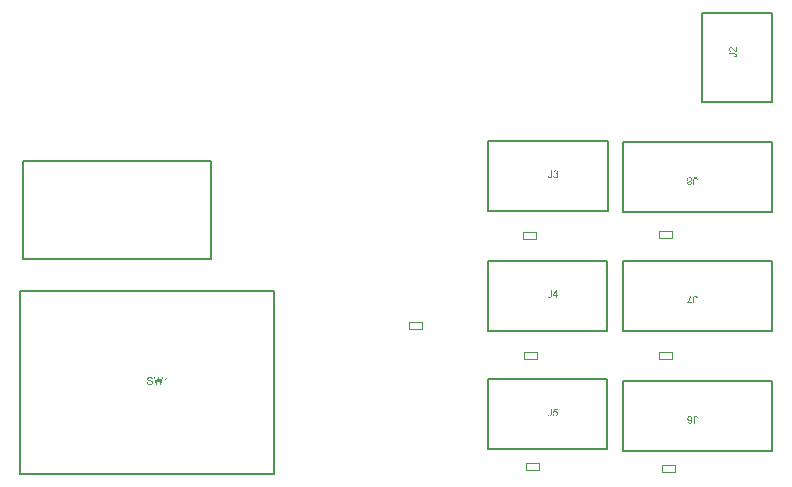
<source format=gbr>
G04*
G04 #@! TF.GenerationSoftware,Altium Limited,Altium Designer,23.10.1 (27)*
G04*
G04 Layer_Color=16711935*
%FSLAX42Y42*%
%MOMM*%
G71*
G04*
G04 #@! TF.SameCoordinates,D45A84C9-24EE-431E-81B0-E16C7BED9CBD*
G04*
G04*
G04 #@! TF.FilePolarity,Positive*
G04*
G01*
G75*
%ADD10C,0.20*%
%ADD98C,0.10*%
G36*
X5754Y-961D02*
X5754D01*
X5753D01*
X5753D01*
X5752Y-960D01*
X5751Y-960D01*
X5750Y-960D01*
X5749Y-960D01*
X5748Y-960D01*
X5748D01*
X5748Y-960D01*
X5747Y-959D01*
X5747Y-959D01*
X5746Y-958D01*
X5744Y-958D01*
X5743Y-957D01*
X5741Y-956D01*
X5740Y-954D01*
X5740D01*
X5740Y-954D01*
X5739Y-954D01*
X5738Y-953D01*
X5737Y-952D01*
X5736Y-950D01*
X5734Y-949D01*
X5732Y-947D01*
X5730Y-944D01*
X5730Y-944D01*
X5730Y-944D01*
X5729Y-943D01*
X5729Y-943D01*
X5728Y-942D01*
X5727Y-941D01*
X5726Y-940D01*
X5725Y-938D01*
X5723Y-936D01*
X5721Y-934D01*
X5720Y-933D01*
X5719Y-932D01*
X5718Y-931D01*
X5717Y-930D01*
X5716D01*
X5716Y-930D01*
X5716Y-930D01*
X5716Y-929D01*
X5715Y-929D01*
X5713Y-928D01*
X5712Y-927D01*
X5710Y-927D01*
X5709Y-926D01*
X5707Y-926D01*
X5707D01*
X5707D01*
X5706Y-926D01*
X5705Y-926D01*
X5704Y-927D01*
X5703Y-927D01*
X5702Y-928D01*
X5700Y-929D01*
X5699Y-930D01*
X5699Y-930D01*
X5699Y-930D01*
X5698Y-931D01*
X5697Y-932D01*
X5697Y-933D01*
X5696Y-935D01*
X5696Y-937D01*
X5696Y-938D01*
Y-939D01*
X5696Y-939D01*
X5696Y-940D01*
X5696Y-942D01*
X5697Y-943D01*
X5697Y-945D01*
X5698Y-946D01*
X5699Y-948D01*
X5700Y-948D01*
X5700Y-948D01*
X5701Y-949D01*
X5702Y-949D01*
X5703Y-950D01*
X5705Y-950D01*
X5707Y-951D01*
X5709Y-951D01*
X5708Y-959D01*
X5708D01*
X5708Y-959D01*
X5707D01*
X5706Y-959D01*
X5706Y-959D01*
X5705Y-959D01*
X5704Y-958D01*
X5703Y-958D01*
X5701Y-957D01*
X5698Y-956D01*
X5697Y-955D01*
X5696Y-955D01*
X5695Y-954D01*
X5694Y-953D01*
X5694Y-953D01*
X5694Y-953D01*
X5694Y-952D01*
X5694Y-952D01*
X5693Y-951D01*
X5693Y-951D01*
X5692Y-950D01*
X5692Y-949D01*
X5691Y-948D01*
X5691Y-947D01*
X5691Y-946D01*
X5690Y-944D01*
X5690Y-943D01*
X5690Y-942D01*
X5690Y-940D01*
X5689Y-938D01*
Y-937D01*
X5690Y-937D01*
X5690Y-936D01*
X5690Y-935D01*
X5690Y-934D01*
X5690Y-933D01*
X5691Y-931D01*
X5692Y-928D01*
X5692Y-927D01*
X5693Y-926D01*
X5694Y-925D01*
X5695Y-924D01*
X5695Y-924D01*
X5695Y-923D01*
X5695Y-923D01*
X5696Y-923D01*
X5696Y-922D01*
X5697Y-922D01*
X5697Y-921D01*
X5698Y-921D01*
X5700Y-920D01*
X5702Y-919D01*
X5703Y-919D01*
X5705Y-918D01*
X5706Y-918D01*
X5707Y-918D01*
X5707D01*
X5708D01*
X5709Y-918D01*
X5710Y-918D01*
X5711Y-919D01*
X5712Y-919D01*
X5713Y-919D01*
X5715Y-920D01*
X5715Y-920D01*
X5715Y-920D01*
X5716Y-921D01*
X5717Y-921D01*
X5718Y-922D01*
X5720Y-923D01*
X5721Y-924D01*
X5723Y-925D01*
X5723Y-925D01*
X5723Y-926D01*
X5724Y-926D01*
X5724Y-927D01*
X5725Y-927D01*
X5726Y-928D01*
X5726Y-929D01*
X5727Y-930D01*
X5728Y-931D01*
X5729Y-932D01*
X5730Y-933D01*
X5731Y-934D01*
X5733Y-936D01*
X5734Y-937D01*
X5734Y-937D01*
X5734Y-937D01*
X5734Y-938D01*
X5735Y-938D01*
X5735Y-939D01*
X5736Y-939D01*
X5737Y-941D01*
X5738Y-943D01*
X5740Y-944D01*
X5741Y-945D01*
X5741Y-946D01*
X5742Y-946D01*
X5742Y-946D01*
X5742Y-947D01*
X5743Y-947D01*
X5743Y-948D01*
X5744Y-948D01*
X5745Y-949D01*
X5746Y-950D01*
Y-918D01*
X5754D01*
Y-961D01*
D02*
G37*
G36*
X5735Y-970D02*
X5736D01*
X5738Y-970D01*
X5740Y-971D01*
X5742Y-971D01*
X5744Y-971D01*
X5746Y-972D01*
X5746D01*
X5746Y-972D01*
X5747Y-972D01*
X5747Y-973D01*
X5748Y-974D01*
X5749Y-975D01*
X5750Y-976D01*
X5752Y-977D01*
X5752Y-978D01*
X5753Y-978D01*
X5753Y-979D01*
X5753Y-980D01*
X5754Y-981D01*
X5754Y-983D01*
X5754Y-984D01*
X5755Y-986D01*
X5755Y-988D01*
Y-989D01*
X5755Y-989D01*
X5755Y-990D01*
X5755Y-991D01*
X5754Y-993D01*
X5754Y-995D01*
X5753Y-997D01*
X5752Y-998D01*
X5752Y-999D01*
X5751Y-1000D01*
X5750Y-1001D01*
X5750Y-1001D01*
X5750Y-1001D01*
X5749Y-1001D01*
X5749Y-1002D01*
X5749Y-1002D01*
X5748Y-1002D01*
X5747Y-1003D01*
X5746Y-1003D01*
X5745Y-1004D01*
X5744Y-1004D01*
X5743Y-1004D01*
X5742Y-1005D01*
X5741Y-1005D01*
X5739Y-1005D01*
X5737Y-1005D01*
X5736D01*
X5735Y-998D01*
X5735D01*
X5735D01*
X5735D01*
X5736Y-998D01*
X5736Y-997D01*
X5737D01*
X5739Y-997D01*
X5740Y-997D01*
X5742Y-996D01*
X5743Y-996D01*
X5744Y-995D01*
X5745Y-995D01*
X5745Y-995D01*
X5745Y-994D01*
X5745Y-994D01*
X5746Y-993D01*
X5746Y-992D01*
X5747Y-991D01*
X5747Y-990D01*
X5747Y-988D01*
Y-988D01*
X5747Y-987D01*
X5747Y-986D01*
X5747Y-985D01*
X5747Y-984D01*
X5746Y-984D01*
X5746Y-983D01*
X5746Y-983D01*
X5746Y-982D01*
X5745Y-982D01*
X5745Y-981D01*
X5744Y-981D01*
X5744Y-980D01*
X5743Y-980D01*
X5742Y-980D01*
X5742D01*
X5741Y-979D01*
X5741Y-979D01*
X5740Y-979D01*
X5739Y-979D01*
X5737Y-979D01*
X5736Y-979D01*
X5734D01*
X5690D01*
Y-970D01*
X5733D01*
X5733D01*
X5734D01*
X5734D01*
X5735D01*
X5735Y-970D01*
D02*
G37*
G36*
X4188Y-4023D02*
Y-4023D01*
Y-4024D01*
Y-4024D01*
Y-4025D01*
X4188Y-4025D01*
Y-4026D01*
X4188Y-4028D01*
X4188Y-4030D01*
X4187Y-4032D01*
X4187Y-4034D01*
X4186Y-4036D01*
Y-4036D01*
X4186Y-4036D01*
X4186Y-4036D01*
X4185Y-4037D01*
X4185Y-4038D01*
X4184Y-4039D01*
X4183Y-4040D01*
X4181Y-4041D01*
X4180Y-4042D01*
X4180Y-4043D01*
X4179Y-4043D01*
X4178Y-4043D01*
X4177Y-4044D01*
X4176Y-4044D01*
X4174Y-4044D01*
X4172Y-4045D01*
X4170Y-4045D01*
X4169D01*
X4169Y-4045D01*
X4168Y-4045D01*
X4167Y-4044D01*
X4165Y-4044D01*
X4163Y-4044D01*
X4161Y-4043D01*
X4160Y-4042D01*
X4159Y-4041D01*
X4158Y-4041D01*
X4157Y-4040D01*
X4157Y-4040D01*
X4157Y-4040D01*
X4157Y-4039D01*
X4157Y-4039D01*
X4156Y-4039D01*
X4156Y-4038D01*
X4155Y-4037D01*
X4155Y-4036D01*
X4155Y-4035D01*
X4154Y-4034D01*
X4154Y-4033D01*
X4153Y-4032D01*
X4153Y-4030D01*
X4153Y-4029D01*
X4153Y-4027D01*
Y-4026D01*
X4161Y-4024D01*
Y-4025D01*
Y-4025D01*
Y-4025D01*
X4161Y-4026D01*
X4161Y-4026D01*
Y-4027D01*
X4161Y-4028D01*
X4161Y-4030D01*
X4162Y-4032D01*
X4162Y-4033D01*
X4163Y-4034D01*
X4163Y-4034D01*
X4163Y-4035D01*
X4164Y-4035D01*
X4164Y-4035D01*
X4165Y-4036D01*
X4166Y-4036D01*
X4167Y-4037D01*
X4169Y-4037D01*
X4170Y-4037D01*
X4171D01*
X4171Y-4037D01*
X4172Y-4037D01*
X4173Y-4037D01*
X4174Y-4037D01*
X4175Y-4036D01*
X4176Y-4036D01*
X4176Y-4036D01*
X4176Y-4035D01*
X4176Y-4035D01*
X4177Y-4035D01*
X4177Y-4034D01*
X4178Y-4033D01*
X4178Y-4033D01*
X4179Y-4032D01*
Y-4032D01*
X4179Y-4031D01*
X4179Y-4031D01*
X4179Y-4030D01*
X4179Y-4029D01*
X4179Y-4027D01*
X4180Y-4026D01*
Y-4024D01*
Y-3980D01*
X4188D01*
Y-4023D01*
D02*
G37*
G36*
X4238Y-3988D02*
X4213D01*
X4209Y-4005D01*
X4209Y-4005D01*
X4209Y-4005D01*
X4210Y-4005D01*
X4210Y-4005D01*
X4211Y-4004D01*
X4211Y-4004D01*
X4213Y-4003D01*
X4215Y-4002D01*
X4217Y-4002D01*
X4219Y-4001D01*
X4220Y-4001D01*
X4222D01*
X4223Y-4001D01*
X4223Y-4001D01*
X4224Y-4001D01*
X4225Y-4002D01*
X4226Y-4002D01*
X4228Y-4003D01*
X4230Y-4003D01*
X4231Y-4004D01*
X4232Y-4004D01*
X4233Y-4005D01*
X4234Y-4006D01*
X4235Y-4007D01*
X4235Y-4007D01*
X4236Y-4007D01*
X4236Y-4008D01*
X4236Y-4008D01*
X4237Y-4009D01*
X4237Y-4009D01*
X4238Y-4010D01*
X4238Y-4011D01*
X4239Y-4012D01*
X4239Y-4013D01*
X4240Y-4014D01*
X4240Y-4016D01*
X4241Y-4017D01*
X4241Y-4019D01*
X4241Y-4020D01*
X4241Y-4022D01*
Y-4022D01*
Y-4022D01*
Y-4023D01*
X4241Y-4023D01*
X4241Y-4024D01*
X4241Y-4025D01*
X4241Y-4026D01*
X4241Y-4027D01*
X4240Y-4029D01*
X4239Y-4032D01*
X4239Y-4033D01*
X4238Y-4034D01*
X4237Y-4036D01*
X4236Y-4037D01*
X4236Y-4037D01*
X4236Y-4037D01*
X4235Y-4038D01*
X4235Y-4038D01*
X4234Y-4039D01*
X4234Y-4039D01*
X4233Y-4040D01*
X4232Y-4041D01*
X4231Y-4042D01*
X4229Y-4042D01*
X4228Y-4043D01*
X4226Y-4044D01*
X4225Y-4044D01*
X4223Y-4044D01*
X4221Y-4045D01*
X4219Y-4045D01*
X4218D01*
X4218Y-4045D01*
X4217Y-4045D01*
X4216Y-4044D01*
X4215Y-4044D01*
X4214Y-4044D01*
X4212Y-4044D01*
X4210Y-4043D01*
X4208Y-4042D01*
X4207Y-4041D01*
X4206Y-4041D01*
X4205Y-4040D01*
X4205Y-4040D01*
X4205Y-4040D01*
X4204Y-4039D01*
X4204Y-4039D01*
X4204Y-4039D01*
X4203Y-4038D01*
X4203Y-4037D01*
X4202Y-4036D01*
X4202Y-4036D01*
X4201Y-4035D01*
X4200Y-4032D01*
X4199Y-4030D01*
X4199Y-4028D01*
X4199Y-4027D01*
X4207Y-4026D01*
Y-4026D01*
Y-4027D01*
X4207Y-4027D01*
X4207Y-4027D01*
X4207Y-4028D01*
X4208Y-4030D01*
X4208Y-4031D01*
X4209Y-4033D01*
X4210Y-4034D01*
X4211Y-4035D01*
X4211Y-4035D01*
X4212Y-4036D01*
X4212Y-4036D01*
X4213Y-4037D01*
X4215Y-4037D01*
X4216Y-4038D01*
X4218Y-4038D01*
X4219Y-4038D01*
X4220D01*
X4220Y-4038D01*
X4221Y-4038D01*
X4223Y-4038D01*
X4224Y-4037D01*
X4226Y-4036D01*
X4227Y-4035D01*
X4228Y-4035D01*
X4229Y-4034D01*
X4229Y-4034D01*
X4229Y-4034D01*
X4229Y-4034D01*
X4230Y-4033D01*
X4230Y-4032D01*
X4231Y-4031D01*
X4232Y-4029D01*
X4232Y-4027D01*
X4233Y-4025D01*
X4233Y-4024D01*
Y-4023D01*
Y-4023D01*
Y-4022D01*
Y-4022D01*
X4233Y-4022D01*
Y-4021D01*
X4233Y-4020D01*
X4232Y-4019D01*
X4232Y-4017D01*
X4231Y-4015D01*
X4230Y-4014D01*
X4229Y-4012D01*
Y-4012D01*
X4229Y-4012D01*
X4228Y-4011D01*
X4228Y-4011D01*
X4226Y-4010D01*
X4225Y-4009D01*
X4223Y-4009D01*
X4221Y-4008D01*
X4220Y-4008D01*
X4219D01*
X4218Y-4008D01*
X4217Y-4008D01*
X4216Y-4009D01*
X4215Y-4009D01*
X4213Y-4009D01*
X4212Y-4010D01*
X4212Y-4010D01*
X4212Y-4010D01*
X4211Y-4011D01*
X4210Y-4011D01*
X4210Y-4012D01*
X4209Y-4013D01*
X4208Y-4013D01*
X4208Y-4014D01*
X4200Y-4013D01*
X4206Y-3980D01*
X4238D01*
Y-3988D01*
D02*
G37*
G36*
X5407Y-2019D02*
X5408Y-2019D01*
X5409Y-2020D01*
X5411Y-2020D01*
X5413Y-2021D01*
X5415Y-2021D01*
X5416Y-2022D01*
X5417Y-2023D01*
X5418Y-2023D01*
X5419Y-2024D01*
X5419Y-2024D01*
X5419Y-2024D01*
X5419Y-2025D01*
X5419Y-2025D01*
X5420Y-2025D01*
X5420Y-2026D01*
X5420Y-2027D01*
X5421Y-2028D01*
X5421Y-2029D01*
X5422Y-2030D01*
X5422Y-2031D01*
X5422Y-2032D01*
X5423Y-2034D01*
X5423Y-2035D01*
X5423Y-2037D01*
Y-2038D01*
X5415Y-2040D01*
Y-2039D01*
Y-2039D01*
Y-2039D01*
X5415Y-2038D01*
X5415Y-2038D01*
Y-2037D01*
X5415Y-2036D01*
X5414Y-2034D01*
X5414Y-2032D01*
X5413Y-2031D01*
X5413Y-2030D01*
X5413Y-2030D01*
X5412Y-2029D01*
X5412Y-2029D01*
X5412Y-2029D01*
X5411Y-2028D01*
X5410Y-2028D01*
X5409Y-2027D01*
X5407Y-2027D01*
X5406Y-2027D01*
X5405D01*
X5405Y-2027D01*
X5404Y-2027D01*
X5403Y-2027D01*
X5402Y-2027D01*
X5401Y-2028D01*
X5400Y-2028D01*
X5400Y-2028D01*
X5400Y-2029D01*
X5400Y-2029D01*
X5399Y-2029D01*
X5398Y-2030D01*
X5398Y-2031D01*
X5397Y-2031D01*
X5397Y-2032D01*
Y-2032D01*
X5397Y-2033D01*
X5397Y-2033D01*
X5397Y-2034D01*
X5396Y-2035D01*
X5396Y-2037D01*
X5396Y-2038D01*
Y-2040D01*
Y-2084D01*
X5388D01*
Y-2041D01*
Y-2041D01*
Y-2040D01*
Y-2040D01*
Y-2039D01*
X5388Y-2039D01*
Y-2038D01*
X5388Y-2036D01*
X5388Y-2034D01*
X5389Y-2032D01*
X5389Y-2030D01*
X5390Y-2028D01*
Y-2028D01*
X5390Y-2028D01*
X5390Y-2028D01*
X5391Y-2027D01*
X5391Y-2026D01*
X5392Y-2025D01*
X5393Y-2024D01*
X5394Y-2023D01*
X5396Y-2022D01*
X5396Y-2022D01*
X5397Y-2021D01*
X5397Y-2021D01*
X5399Y-2021D01*
X5400Y-2020D01*
X5402Y-2020D01*
X5404Y-2019D01*
X5406Y-2019D01*
X5407D01*
X5407Y-2019D01*
D02*
G37*
G36*
X5358D02*
X5358Y-2019D01*
X5359Y-2020D01*
X5360Y-2020D01*
X5362Y-2020D01*
X5364Y-2021D01*
X5365Y-2021D01*
X5367Y-2022D01*
X5368Y-2022D01*
X5369Y-2023D01*
X5370Y-2024D01*
X5371Y-2025D01*
X5371Y-2025D01*
X5372Y-2025D01*
X5372Y-2025D01*
X5372Y-2026D01*
X5373Y-2026D01*
X5373Y-2027D01*
X5374Y-2028D01*
X5374Y-2029D01*
X5375Y-2030D01*
X5375Y-2031D01*
X5376Y-2033D01*
X5377Y-2034D01*
X5377Y-2036D01*
X5377Y-2037D01*
X5377Y-2039D01*
Y-2039D01*
Y-2039D01*
Y-2039D01*
X5377Y-2040D01*
Y-2040D01*
X5377Y-2041D01*
X5377Y-2043D01*
X5376Y-2044D01*
X5376Y-2046D01*
X5375Y-2048D01*
X5374Y-2049D01*
Y-2049D01*
X5374Y-2049D01*
X5373Y-2050D01*
X5373Y-2051D01*
X5372Y-2052D01*
X5370Y-2052D01*
X5369Y-2054D01*
X5367Y-2054D01*
X5365Y-2055D01*
X5365D01*
X5365Y-2055D01*
X5365Y-2055D01*
X5366Y-2055D01*
X5367Y-2056D01*
X5368Y-2056D01*
X5369Y-2057D01*
X5370Y-2058D01*
X5371Y-2059D01*
X5372Y-2060D01*
X5372Y-2060D01*
X5373Y-2061D01*
X5373Y-2061D01*
X5373Y-2062D01*
X5374Y-2063D01*
X5374Y-2065D01*
X5374Y-2066D01*
X5375Y-2068D01*
Y-2068D01*
Y-2068D01*
Y-2069D01*
X5374Y-2069D01*
X5374Y-2070D01*
X5374Y-2071D01*
X5374Y-2072D01*
X5373Y-2074D01*
X5372Y-2076D01*
X5372Y-2077D01*
X5371Y-2078D01*
X5370Y-2079D01*
X5370Y-2080D01*
X5369Y-2080D01*
X5369Y-2080D01*
X5369Y-2080D01*
X5369Y-2081D01*
X5368Y-2081D01*
X5368Y-2081D01*
X5367Y-2082D01*
X5366Y-2082D01*
X5365Y-2083D01*
X5364Y-2083D01*
X5363Y-2084D01*
X5362Y-2084D01*
X5359Y-2084D01*
X5358Y-2085D01*
X5356Y-2085D01*
X5355D01*
X5355Y-2085D01*
X5354Y-2084D01*
X5353Y-2084D01*
X5352Y-2084D01*
X5351Y-2084D01*
X5349Y-2083D01*
X5347Y-2083D01*
X5346Y-2082D01*
X5345Y-2081D01*
X5344Y-2081D01*
X5343Y-2080D01*
X5343Y-2080D01*
X5343Y-2080D01*
X5342Y-2079D01*
X5342Y-2079D01*
X5342Y-2078D01*
X5341Y-2078D01*
X5340Y-2076D01*
X5339Y-2075D01*
X5338Y-2073D01*
X5338Y-2070D01*
X5338Y-2069D01*
X5338Y-2068D01*
Y-2068D01*
Y-2068D01*
Y-2067D01*
X5338Y-2066D01*
X5338Y-2065D01*
X5338Y-2064D01*
X5339Y-2063D01*
X5339Y-2061D01*
X5340Y-2060D01*
X5340Y-2060D01*
X5340Y-2060D01*
X5341Y-2059D01*
X5342Y-2058D01*
X5343Y-2057D01*
X5344Y-2057D01*
X5345Y-2056D01*
X5347Y-2055D01*
X5347D01*
X5347Y-2055D01*
X5346Y-2055D01*
X5346Y-2055D01*
X5345Y-2054D01*
X5344Y-2054D01*
X5342Y-2053D01*
X5341Y-2052D01*
X5339Y-2050D01*
X5338Y-2049D01*
Y-2049D01*
X5338Y-2049D01*
X5338Y-2048D01*
X5337Y-2047D01*
X5337Y-2046D01*
X5336Y-2044D01*
X5335Y-2043D01*
X5335Y-2041D01*
X5335Y-2039D01*
Y-2039D01*
Y-2038D01*
Y-2038D01*
X5335Y-2037D01*
X5335Y-2037D01*
X5335Y-2036D01*
X5335Y-2035D01*
X5336Y-2034D01*
X5336Y-2032D01*
X5337Y-2030D01*
X5337Y-2029D01*
X5338Y-2028D01*
X5339Y-2027D01*
X5340Y-2026D01*
X5341Y-2025D01*
X5341Y-2025D01*
X5341Y-2025D01*
X5341Y-2024D01*
X5342Y-2024D01*
X5342Y-2024D01*
X5343Y-2023D01*
X5344Y-2023D01*
X5345Y-2022D01*
X5346Y-2022D01*
X5347Y-2021D01*
X5348Y-2021D01*
X5350Y-2020D01*
X5351Y-2020D01*
X5353Y-2020D01*
X5354Y-2019D01*
X5356Y-2019D01*
X5357D01*
X5358Y-2019D01*
D02*
G37*
G36*
X789Y-3712D02*
X789D01*
X791Y-3712D01*
X793Y-3712D01*
X795Y-3713D01*
X797Y-3713D01*
X799Y-3714D01*
X799D01*
X800Y-3714D01*
X800Y-3714D01*
X800Y-3715D01*
X801Y-3715D01*
X802Y-3716D01*
X804Y-3717D01*
X805Y-3718D01*
X806Y-3719D01*
X808Y-3721D01*
Y-3721D01*
X808Y-3721D01*
X808Y-3721D01*
X808Y-3722D01*
X809Y-3723D01*
X809Y-3724D01*
X810Y-3725D01*
X810Y-3727D01*
X811Y-3729D01*
X811Y-3731D01*
X803Y-3732D01*
Y-3732D01*
Y-3731D01*
X803Y-3731D01*
X803Y-3731D01*
X802Y-3730D01*
X802Y-3728D01*
X801Y-3727D01*
X801Y-3725D01*
X800Y-3724D01*
X798Y-3723D01*
X798Y-3722D01*
X798Y-3722D01*
X797Y-3722D01*
X795Y-3721D01*
X794Y-3720D01*
X792Y-3720D01*
X790Y-3719D01*
X787Y-3719D01*
X786D01*
X785Y-3719D01*
X785Y-3720D01*
X783Y-3720D01*
X781Y-3720D01*
X779Y-3721D01*
X777Y-3721D01*
X777Y-3722D01*
X776Y-3722D01*
X776Y-3722D01*
X775Y-3723D01*
X775Y-3723D01*
X774Y-3724D01*
X774Y-3725D01*
X773Y-3726D01*
X773Y-3728D01*
X773Y-3729D01*
Y-3729D01*
Y-3730D01*
X773Y-3730D01*
X773Y-3731D01*
X773Y-3732D01*
X774Y-3733D01*
X774Y-3734D01*
X775Y-3735D01*
X775Y-3735D01*
X775Y-3735D01*
X776Y-3735D01*
X776Y-3735D01*
X777Y-3736D01*
X777Y-3736D01*
X778Y-3736D01*
X779Y-3737D01*
X780Y-3737D01*
X781Y-3738D01*
X783Y-3738D01*
X784Y-3738D01*
X786Y-3739D01*
X788Y-3739D01*
X788D01*
X788Y-3739D01*
X789Y-3739D01*
X789Y-3740D01*
X790Y-3740D01*
X791Y-3740D01*
X792Y-3740D01*
X793Y-3741D01*
X796Y-3741D01*
X798Y-3742D01*
X799Y-3742D01*
X800Y-3743D01*
X801Y-3743D01*
X802Y-3743D01*
X802D01*
X802Y-3743D01*
X802Y-3744D01*
X803Y-3744D01*
X804Y-3744D01*
X805Y-3745D01*
X806Y-3746D01*
X808Y-3747D01*
X809Y-3749D01*
X810Y-3750D01*
X810Y-3750D01*
X811Y-3751D01*
X811Y-3751D01*
X812Y-3753D01*
X812Y-3754D01*
X812Y-3755D01*
X813Y-3757D01*
X813Y-3759D01*
Y-3759D01*
Y-3759D01*
Y-3759D01*
Y-3760D01*
X813Y-3761D01*
X812Y-3762D01*
X812Y-3764D01*
X812Y-3765D01*
X811Y-3767D01*
X810Y-3769D01*
Y-3769D01*
X810Y-3769D01*
X809Y-3769D01*
X809Y-3770D01*
X808Y-3771D01*
X807Y-3772D01*
X805Y-3773D01*
X803Y-3775D01*
X801Y-3776D01*
X801D01*
X801Y-3776D01*
X801Y-3776D01*
X801Y-3776D01*
X800Y-3776D01*
X799Y-3776D01*
X798Y-3777D01*
X796Y-3777D01*
X794Y-3778D01*
X792Y-3778D01*
X789Y-3778D01*
X788D01*
X787Y-3778D01*
X786D01*
X785Y-3778D01*
X784Y-3778D01*
X782Y-3777D01*
X779Y-3777D01*
X777Y-3776D01*
X775Y-3776D01*
X775D01*
X774Y-3775D01*
X774Y-3775D01*
X774Y-3775D01*
X773Y-3775D01*
X771Y-3774D01*
X770Y-3773D01*
X768Y-3771D01*
X767Y-3770D01*
X765Y-3768D01*
Y-3768D01*
X765Y-3768D01*
X765Y-3767D01*
X765Y-3767D01*
X765Y-3767D01*
X764Y-3766D01*
X764Y-3765D01*
X763Y-3763D01*
X763Y-3761D01*
X762Y-3759D01*
X762Y-3756D01*
X770Y-3756D01*
Y-3756D01*
Y-3756D01*
X770Y-3756D01*
Y-3756D01*
X770Y-3757D01*
X771Y-3759D01*
X771Y-3760D01*
X771Y-3761D01*
X772Y-3762D01*
X773Y-3764D01*
X773Y-3764D01*
X773Y-3764D01*
X773Y-3765D01*
X774Y-3765D01*
X775Y-3766D01*
X776Y-3767D01*
X777Y-3768D01*
X779Y-3769D01*
X779D01*
X779Y-3769D01*
X779Y-3769D01*
X780Y-3769D01*
X781Y-3769D01*
X782Y-3770D01*
X783Y-3770D01*
X785Y-3770D01*
X787Y-3770D01*
X789Y-3770D01*
X790D01*
X791Y-3770D01*
X792Y-3770D01*
X793Y-3770D01*
X794Y-3770D01*
X796Y-3770D01*
X797Y-3769D01*
X798Y-3769D01*
X798Y-3769D01*
X799Y-3768D01*
X799Y-3768D01*
X800Y-3767D01*
X801Y-3767D01*
X802Y-3766D01*
X803Y-3765D01*
X803Y-3765D01*
X803Y-3765D01*
X803Y-3764D01*
X804Y-3763D01*
X804Y-3763D01*
X804Y-3762D01*
X805Y-3761D01*
X805Y-3760D01*
Y-3760D01*
Y-3759D01*
X805Y-3759D01*
X805Y-3758D01*
X804Y-3757D01*
X804Y-3756D01*
X804Y-3755D01*
X803Y-3754D01*
X803Y-3754D01*
X802Y-3754D01*
X802Y-3754D01*
X801Y-3753D01*
X801Y-3753D01*
X800Y-3752D01*
X799Y-3751D01*
X797Y-3751D01*
X797Y-3751D01*
X797Y-3750D01*
X796Y-3750D01*
X795Y-3750D01*
X795Y-3750D01*
X794Y-3750D01*
X793Y-3749D01*
X792Y-3749D01*
X791Y-3749D01*
X790Y-3749D01*
X789Y-3748D01*
X787Y-3748D01*
X786Y-3748D01*
X786D01*
X785Y-3747D01*
X785Y-3747D01*
X784Y-3747D01*
X784Y-3747D01*
X783Y-3747D01*
X781Y-3746D01*
X779Y-3746D01*
X777Y-3745D01*
X775Y-3744D01*
X774Y-3744D01*
X773Y-3744D01*
X773D01*
X773Y-3743D01*
X773Y-3743D01*
X772Y-3743D01*
X771Y-3742D01*
X770Y-3741D01*
X769Y-3740D01*
X768Y-3739D01*
X767Y-3738D01*
X767Y-3737D01*
X766Y-3737D01*
X766Y-3736D01*
X766Y-3735D01*
X765Y-3734D01*
X765Y-3733D01*
X764Y-3731D01*
X764Y-3730D01*
Y-3729D01*
Y-3729D01*
Y-3729D01*
Y-3729D01*
X765Y-3728D01*
X765Y-3727D01*
X765Y-3725D01*
X766Y-3724D01*
X766Y-3722D01*
X767Y-3721D01*
Y-3720D01*
X767Y-3720D01*
X768Y-3720D01*
X768Y-3719D01*
X769Y-3718D01*
X770Y-3717D01*
X772Y-3716D01*
X773Y-3715D01*
X775Y-3714D01*
X775D01*
X775Y-3714D01*
X776Y-3714D01*
X776Y-3714D01*
X777Y-3713D01*
X777Y-3713D01*
X779Y-3713D01*
X780Y-3713D01*
X782Y-3712D01*
X784Y-3712D01*
X787Y-3712D01*
X788D01*
X789Y-3712D01*
D02*
G37*
G36*
X883Y-3777D02*
X875D01*
X862Y-3728D01*
Y-3728D01*
X862Y-3728D01*
X861Y-3728D01*
X861Y-3727D01*
X861Y-3726D01*
X861Y-3725D01*
X860Y-3724D01*
X860Y-3722D01*
X860Y-3721D01*
X860Y-3721D01*
X860Y-3721D01*
Y-3721D01*
X860Y-3721D01*
X859Y-3721D01*
X859Y-3722D01*
X859Y-3723D01*
X859Y-3724D01*
X858Y-3726D01*
X858Y-3727D01*
X858Y-3728D01*
X844Y-3777D01*
X835D01*
X819Y-3713D01*
X827D01*
X837Y-3755D01*
Y-3755D01*
X837Y-3755D01*
X837Y-3756D01*
X837Y-3756D01*
X837Y-3757D01*
X837Y-3757D01*
X838Y-3758D01*
X838Y-3759D01*
X838Y-3761D01*
X839Y-3763D01*
X839Y-3766D01*
X840Y-3768D01*
Y-3768D01*
X840Y-3768D01*
X840Y-3767D01*
X840Y-3766D01*
X840Y-3766D01*
X840Y-3765D01*
X841Y-3763D01*
X842Y-3761D01*
X842Y-3760D01*
X842Y-3759D01*
X842Y-3758D01*
X842Y-3757D01*
X843Y-3757D01*
X843Y-3756D01*
X855Y-3713D01*
X865D01*
X874Y-3745D01*
Y-3745D01*
X874Y-3746D01*
X874Y-3747D01*
X875Y-3747D01*
X875Y-3749D01*
X875Y-3750D01*
X876Y-3751D01*
X876Y-3753D01*
X876Y-3754D01*
X877Y-3756D01*
X878Y-3760D01*
X878Y-3764D01*
X879Y-3768D01*
Y-3768D01*
X879Y-3768D01*
Y-3767D01*
X879Y-3767D01*
X880Y-3766D01*
X880Y-3766D01*
X880Y-3765D01*
X880Y-3764D01*
X881Y-3762D01*
X881Y-3760D01*
X882Y-3757D01*
X882Y-3754D01*
X892Y-3713D01*
X901D01*
X883Y-3777D01*
D02*
G37*
G36*
X935D02*
X927D01*
Y-3727D01*
X927Y-3727D01*
X927Y-3727D01*
X926Y-3728D01*
X925Y-3729D01*
X924Y-3729D01*
X923Y-3730D01*
X922Y-3731D01*
X920Y-3732D01*
X920D01*
X920Y-3732D01*
X919Y-3733D01*
X918Y-3733D01*
X917Y-3734D01*
X916Y-3734D01*
X914Y-3735D01*
X913Y-3736D01*
X912Y-3736D01*
Y-3729D01*
X912D01*
X912Y-3729D01*
X912Y-3728D01*
X913Y-3728D01*
X913Y-3728D01*
X914Y-3728D01*
X916Y-3727D01*
X917Y-3726D01*
X919Y-3724D01*
X921Y-3723D01*
X923Y-3721D01*
X923Y-3721D01*
X923Y-3721D01*
X924Y-3721D01*
X924Y-3721D01*
X925Y-3720D01*
X926Y-3718D01*
X927Y-3717D01*
X928Y-3716D01*
X929Y-3714D01*
X930Y-3713D01*
X935D01*
Y-3777D01*
D02*
G37*
G36*
X4225Y-1962D02*
X4226Y-1962D01*
X4227Y-1962D01*
X4229Y-1963D01*
X4231Y-1963D01*
X4232Y-1964D01*
X4233D01*
X4233Y-1964D01*
X4233Y-1964D01*
X4234Y-1965D01*
X4235Y-1966D01*
X4236Y-1967D01*
X4237Y-1968D01*
X4238Y-1969D01*
X4239Y-1970D01*
X4239Y-1970D01*
X4240Y-1971D01*
X4240Y-1972D01*
X4240Y-1973D01*
X4241Y-1974D01*
X4241Y-1975D01*
X4241Y-1977D01*
X4242Y-1978D01*
Y-1979D01*
Y-1979D01*
X4241Y-1980D01*
X4241Y-1981D01*
X4241Y-1982D01*
X4241Y-1983D01*
X4240Y-1985D01*
X4239Y-1986D01*
X4239Y-1986D01*
X4239Y-1987D01*
X4238Y-1987D01*
X4238Y-1988D01*
X4237Y-1989D01*
X4236Y-1990D01*
X4234Y-1991D01*
X4233Y-1991D01*
X4233D01*
X4233Y-1991D01*
X4233Y-1992D01*
X4234Y-1992D01*
X4235Y-1992D01*
X4236Y-1993D01*
X4237Y-1993D01*
X4239Y-1994D01*
X4240Y-1995D01*
X4242Y-1997D01*
X4242Y-1997D01*
X4242Y-1998D01*
X4243Y-1998D01*
X4243Y-2000D01*
X4244Y-2001D01*
X4244Y-2003D01*
X4245Y-2005D01*
X4245Y-2007D01*
Y-2007D01*
Y-2008D01*
Y-2008D01*
X4245Y-2009D01*
X4245Y-2009D01*
X4244Y-2010D01*
X4244Y-2011D01*
X4244Y-2012D01*
X4243Y-2014D01*
X4243Y-2015D01*
X4242Y-2017D01*
X4241Y-2018D01*
X4241Y-2019D01*
X4240Y-2020D01*
X4239Y-2021D01*
X4238Y-2021D01*
X4238Y-2022D01*
X4238Y-2022D01*
X4237Y-2022D01*
X4237Y-2023D01*
X4236Y-2023D01*
X4235Y-2024D01*
X4234Y-2024D01*
X4233Y-2025D01*
X4232Y-2025D01*
X4231Y-2026D01*
X4229Y-2026D01*
X4228Y-2027D01*
X4226Y-2027D01*
X4225Y-2027D01*
X4223Y-2027D01*
X4222D01*
X4222Y-2027D01*
X4221Y-2027D01*
X4220Y-2027D01*
X4219Y-2027D01*
X4218Y-2026D01*
X4216Y-2026D01*
X4214Y-2025D01*
X4212Y-2024D01*
X4211Y-2024D01*
X4210Y-2023D01*
X4209Y-2022D01*
X4209Y-2022D01*
X4209Y-2022D01*
X4209Y-2022D01*
X4208Y-2021D01*
X4208Y-2021D01*
X4207Y-2020D01*
X4207Y-2019D01*
X4206Y-2019D01*
X4206Y-2018D01*
X4205Y-2017D01*
X4204Y-2015D01*
X4203Y-2012D01*
X4203Y-2011D01*
X4203Y-2009D01*
X4211Y-2008D01*
Y-2008D01*
X4211Y-2008D01*
X4211Y-2009D01*
X4211Y-2009D01*
X4211Y-2010D01*
X4211Y-2010D01*
X4212Y-2012D01*
X4212Y-2013D01*
X4213Y-2015D01*
X4214Y-2016D01*
X4215Y-2018D01*
X4215Y-2018D01*
X4216Y-2018D01*
X4217Y-2019D01*
X4217Y-2019D01*
X4219Y-2020D01*
X4220Y-2020D01*
X4222Y-2021D01*
X4223Y-2021D01*
X4224D01*
X4224Y-2021D01*
X4225Y-2020D01*
X4226Y-2020D01*
X4228Y-2020D01*
X4229Y-2019D01*
X4231Y-2018D01*
X4233Y-2017D01*
X4233Y-2017D01*
X4233Y-2016D01*
X4234Y-2015D01*
X4234Y-2014D01*
X4235Y-2013D01*
X4236Y-2011D01*
X4236Y-2009D01*
X4236Y-2007D01*
Y-2007D01*
Y-2007D01*
Y-2007D01*
X4236Y-2006D01*
X4236Y-2005D01*
X4236Y-2004D01*
X4236Y-2003D01*
X4235Y-2001D01*
X4234Y-2000D01*
X4233Y-1998D01*
X4233Y-1998D01*
X4232Y-1998D01*
X4231Y-1997D01*
X4230Y-1997D01*
X4229Y-1996D01*
X4228Y-1995D01*
X4226Y-1995D01*
X4224Y-1995D01*
X4223D01*
X4222Y-1995D01*
X4222Y-1995D01*
X4221Y-1995D01*
X4219Y-1995D01*
X4218Y-1996D01*
X4219Y-1989D01*
X4220D01*
X4220Y-1989D01*
X4221D01*
X4222Y-1989D01*
X4223Y-1988D01*
X4225Y-1988D01*
X4226Y-1988D01*
X4228Y-1987D01*
X4229Y-1986D01*
X4230D01*
X4230Y-1986D01*
X4230Y-1986D01*
X4231Y-1985D01*
X4232Y-1984D01*
X4232Y-1983D01*
X4233Y-1982D01*
X4233Y-1980D01*
X4234Y-1979D01*
Y-1978D01*
Y-1978D01*
Y-1978D01*
Y-1977D01*
X4233Y-1977D01*
X4233Y-1976D01*
X4233Y-1975D01*
X4232Y-1973D01*
X4232Y-1972D01*
X4231Y-1971D01*
X4230Y-1971D01*
X4230Y-1971D01*
X4229Y-1970D01*
X4229Y-1970D01*
X4227Y-1969D01*
X4226Y-1969D01*
X4225Y-1968D01*
X4223Y-1968D01*
X4222D01*
X4221Y-1968D01*
X4220Y-1969D01*
X4219Y-1969D01*
X4218Y-1969D01*
X4217Y-1970D01*
X4215Y-1971D01*
X4215Y-1971D01*
X4215Y-1972D01*
X4214Y-1972D01*
X4214Y-1973D01*
X4213Y-1974D01*
X4212Y-1976D01*
X4212Y-1978D01*
X4212Y-1980D01*
X4204Y-1978D01*
Y-1978D01*
X4204Y-1978D01*
X4204Y-1978D01*
X4204Y-1977D01*
X4204Y-1976D01*
X4204Y-1976D01*
X4205Y-1974D01*
X4206Y-1972D01*
X4207Y-1970D01*
X4208Y-1968D01*
X4210Y-1966D01*
X4210Y-1966D01*
X4210Y-1966D01*
X4211Y-1966D01*
X4211Y-1965D01*
X4212Y-1965D01*
X4212Y-1965D01*
X4213Y-1964D01*
X4214Y-1964D01*
X4216Y-1963D01*
X4218Y-1962D01*
X4220Y-1962D01*
X4221Y-1962D01*
X4224D01*
X4225Y-1962D01*
D02*
G37*
G36*
X4192Y-2006D02*
Y-2006D01*
Y-2006D01*
Y-2006D01*
Y-2007D01*
X4192Y-2008D01*
Y-2008D01*
X4192Y-2010D01*
X4192Y-2012D01*
X4191Y-2014D01*
X4191Y-2016D01*
X4190Y-2018D01*
Y-2018D01*
X4190Y-2018D01*
X4190Y-2019D01*
X4189Y-2020D01*
X4189Y-2021D01*
X4188Y-2022D01*
X4187Y-2023D01*
X4185Y-2024D01*
X4184Y-2025D01*
X4184Y-2025D01*
X4183Y-2025D01*
X4182Y-2026D01*
X4181Y-2026D01*
X4180Y-2026D01*
X4178Y-2027D01*
X4176Y-2027D01*
X4174Y-2027D01*
X4173D01*
X4173Y-2027D01*
X4172Y-2027D01*
X4171Y-2027D01*
X4169Y-2026D01*
X4167Y-2026D01*
X4165Y-2025D01*
X4164Y-2025D01*
X4163Y-2024D01*
X4162Y-2023D01*
X4161Y-2022D01*
X4161Y-2022D01*
X4161Y-2022D01*
X4161Y-2022D01*
X4161Y-2021D01*
X4160Y-2021D01*
X4160Y-2020D01*
X4159Y-2020D01*
X4159Y-2019D01*
X4159Y-2018D01*
X4158Y-2017D01*
X4158Y-2016D01*
X4157Y-2014D01*
X4157Y-2013D01*
X4157Y-2011D01*
X4157Y-2010D01*
Y-2008D01*
X4165Y-2007D01*
Y-2007D01*
Y-2007D01*
Y-2008D01*
X4165Y-2008D01*
X4165Y-2009D01*
Y-2009D01*
X4165Y-2011D01*
X4165Y-2013D01*
X4166Y-2014D01*
X4166Y-2016D01*
X4167Y-2016D01*
X4167Y-2017D01*
X4167Y-2017D01*
X4168Y-2017D01*
X4168Y-2018D01*
X4169Y-2018D01*
X4170Y-2019D01*
X4171Y-2019D01*
X4173Y-2019D01*
X4174Y-2020D01*
X4175D01*
X4175Y-2019D01*
X4176Y-2019D01*
X4177Y-2019D01*
X4178Y-2019D01*
X4179Y-2019D01*
X4180Y-2018D01*
X4180Y-2018D01*
X4180Y-2018D01*
X4180Y-2018D01*
X4181Y-2017D01*
X4181Y-2016D01*
X4182Y-2016D01*
X4182Y-2015D01*
X4183Y-2014D01*
Y-2014D01*
X4183Y-2014D01*
X4183Y-2013D01*
X4183Y-2012D01*
X4183Y-2011D01*
X4183Y-2010D01*
X4184Y-2008D01*
Y-2006D01*
Y-1962D01*
X4192D01*
Y-2006D01*
D02*
G37*
G36*
X4188Y-3022D02*
Y-3022D01*
Y-3022D01*
Y-3022D01*
Y-3023D01*
X4188Y-3024D01*
Y-3024D01*
X4188Y-3026D01*
X4188Y-3028D01*
X4187Y-3030D01*
X4187Y-3032D01*
X4186Y-3034D01*
Y-3034D01*
X4186Y-3034D01*
X4186Y-3035D01*
X4185Y-3036D01*
X4185Y-3037D01*
X4184Y-3038D01*
X4183Y-3039D01*
X4181Y-3040D01*
X4180Y-3041D01*
X4180Y-3041D01*
X4179Y-3041D01*
X4178Y-3042D01*
X4177Y-3042D01*
X4176Y-3042D01*
X4174Y-3043D01*
X4172Y-3043D01*
X4170Y-3043D01*
X4169D01*
X4169Y-3043D01*
X4168Y-3043D01*
X4167Y-3043D01*
X4165Y-3042D01*
X4163Y-3042D01*
X4161Y-3041D01*
X4160Y-3041D01*
X4159Y-3040D01*
X4158Y-3039D01*
X4157Y-3038D01*
X4157Y-3038D01*
X4157Y-3038D01*
X4157Y-3038D01*
X4157Y-3037D01*
X4156Y-3037D01*
X4156Y-3036D01*
X4155Y-3036D01*
X4155Y-3035D01*
X4155Y-3034D01*
X4154Y-3033D01*
X4154Y-3032D01*
X4153Y-3030D01*
X4153Y-3029D01*
X4153Y-3027D01*
X4153Y-3026D01*
Y-3024D01*
X4161Y-3023D01*
Y-3023D01*
Y-3023D01*
Y-3024D01*
X4161Y-3024D01*
X4161Y-3025D01*
Y-3025D01*
X4161Y-3027D01*
X4161Y-3029D01*
X4162Y-3030D01*
X4162Y-3032D01*
X4163Y-3032D01*
X4163Y-3033D01*
X4163Y-3033D01*
X4164Y-3033D01*
X4164Y-3034D01*
X4165Y-3034D01*
X4166Y-3035D01*
X4167Y-3035D01*
X4169Y-3035D01*
X4170Y-3036D01*
X4171D01*
X4171Y-3035D01*
X4172Y-3035D01*
X4173Y-3035D01*
X4174Y-3035D01*
X4175Y-3035D01*
X4176Y-3034D01*
X4176Y-3034D01*
X4176Y-3034D01*
X4176Y-3034D01*
X4177Y-3033D01*
X4177Y-3032D01*
X4178Y-3032D01*
X4178Y-3031D01*
X4179Y-3030D01*
Y-3030D01*
X4179Y-3030D01*
X4179Y-3029D01*
X4179Y-3028D01*
X4179Y-3027D01*
X4179Y-3026D01*
X4180Y-3024D01*
Y-3022D01*
Y-2978D01*
X4188D01*
Y-3022D01*
D02*
G37*
G36*
X4232Y-3019D02*
X4240D01*
Y-3027D01*
X4232D01*
Y-3042D01*
X4224D01*
Y-3027D01*
X4196D01*
Y-3019D01*
X4225Y-2978D01*
X4232D01*
Y-3019D01*
D02*
G37*
G36*
X5409Y-4040D02*
X5410Y-4040D01*
X5411Y-4041D01*
X5413Y-4041D01*
X5415Y-4042D01*
X5417Y-4042D01*
X5418Y-4043D01*
X5419Y-4044D01*
X5420Y-4044D01*
X5421Y-4045D01*
X5421Y-4045D01*
X5421Y-4045D01*
X5421Y-4046D01*
X5421Y-4046D01*
X5422Y-4046D01*
X5422Y-4047D01*
X5422Y-4048D01*
X5423Y-4049D01*
X5423Y-4050D01*
X5424Y-4051D01*
X5424Y-4052D01*
X5424Y-4053D01*
X5425Y-4055D01*
X5425Y-4056D01*
X5425Y-4058D01*
Y-4059D01*
X5417Y-4061D01*
Y-4060D01*
Y-4060D01*
Y-4060D01*
X5417Y-4059D01*
X5417Y-4059D01*
Y-4058D01*
X5417Y-4057D01*
X5416Y-4055D01*
X5416Y-4053D01*
X5415Y-4052D01*
X5415Y-4051D01*
X5415Y-4051D01*
X5414Y-4050D01*
X5414Y-4050D01*
X5414Y-4050D01*
X5413Y-4049D01*
X5412Y-4049D01*
X5411Y-4048D01*
X5409Y-4048D01*
X5408Y-4048D01*
X5407D01*
X5407Y-4048D01*
X5406Y-4048D01*
X5405Y-4048D01*
X5404Y-4048D01*
X5403Y-4049D01*
X5402Y-4049D01*
X5402Y-4049D01*
X5402Y-4050D01*
X5402Y-4050D01*
X5401Y-4050D01*
X5400Y-4051D01*
X5400Y-4052D01*
X5399Y-4052D01*
X5399Y-4053D01*
Y-4053D01*
X5399Y-4054D01*
X5399Y-4054D01*
X5399Y-4055D01*
X5398Y-4056D01*
X5398Y-4058D01*
X5398Y-4059D01*
Y-4061D01*
Y-4105D01*
X5390D01*
Y-4062D01*
Y-4062D01*
Y-4061D01*
Y-4061D01*
Y-4060D01*
X5390Y-4060D01*
Y-4059D01*
X5390Y-4057D01*
X5390Y-4055D01*
X5391Y-4053D01*
X5391Y-4051D01*
X5392Y-4049D01*
Y-4049D01*
X5392Y-4049D01*
X5392Y-4049D01*
X5393Y-4048D01*
X5393Y-4047D01*
X5394Y-4046D01*
X5395Y-4045D01*
X5396Y-4044D01*
X5398Y-4043D01*
X5398Y-4043D01*
X5399Y-4042D01*
X5399Y-4042D01*
X5401Y-4042D01*
X5402Y-4041D01*
X5404Y-4041D01*
X5406Y-4040D01*
X5408Y-4040D01*
X5409D01*
X5409Y-4040D01*
D02*
G37*
G36*
X5358D02*
X5359D01*
X5360Y-4040D01*
X5361Y-4041D01*
X5362Y-4041D01*
X5363Y-4041D01*
X5364Y-4042D01*
X5365Y-4042D01*
X5367Y-4043D01*
X5368Y-4043D01*
X5369Y-4044D01*
X5371Y-4045D01*
X5372Y-4046D01*
X5373Y-4048D01*
X5373Y-4048D01*
X5373Y-4048D01*
X5374Y-4048D01*
X5374Y-4049D01*
X5375Y-4050D01*
X5375Y-4051D01*
X5376Y-4052D01*
X5376Y-4053D01*
X5377Y-4055D01*
X5377Y-4056D01*
X5378Y-4058D01*
X5378Y-4061D01*
X5379Y-4063D01*
X5379Y-4066D01*
X5379Y-4068D01*
X5379Y-4071D01*
Y-4071D01*
Y-4071D01*
Y-4072D01*
Y-4072D01*
X5379Y-4073D01*
Y-4074D01*
X5379Y-4076D01*
X5379Y-4078D01*
X5379Y-4080D01*
X5379Y-4082D01*
X5378Y-4084D01*
X5378Y-4086D01*
X5377Y-4088D01*
X5377Y-4091D01*
X5376Y-4093D01*
X5375Y-4095D01*
X5374Y-4097D01*
X5373Y-4098D01*
X5372Y-4098D01*
X5372Y-4099D01*
X5372Y-4099D01*
X5371Y-4099D01*
X5371Y-4100D01*
X5370Y-4101D01*
X5369Y-4101D01*
X5368Y-4102D01*
X5367Y-4103D01*
X5366Y-4103D01*
X5365Y-4104D01*
X5363Y-4105D01*
X5362Y-4105D01*
X5360Y-4105D01*
X5358Y-4106D01*
X5356Y-4106D01*
X5356D01*
X5355Y-4106D01*
X5354D01*
X5354Y-4105D01*
X5352Y-4105D01*
X5350Y-4105D01*
X5348Y-4104D01*
X5346Y-4103D01*
X5345Y-4102D01*
X5344Y-4101D01*
X5344Y-4101D01*
X5344Y-4101D01*
X5344Y-4101D01*
X5343Y-4101D01*
X5343Y-4100D01*
X5342Y-4100D01*
X5341Y-4098D01*
X5340Y-4097D01*
X5339Y-4095D01*
X5339Y-4092D01*
X5338Y-4090D01*
X5346Y-4089D01*
Y-4089D01*
X5346Y-4089D01*
X5346Y-4090D01*
X5346Y-4091D01*
X5347Y-4092D01*
X5347Y-4093D01*
X5348Y-4094D01*
X5348Y-4095D01*
X5349Y-4096D01*
X5349Y-4096D01*
X5350Y-4096D01*
X5350Y-4097D01*
X5351Y-4098D01*
X5352Y-4098D01*
X5354Y-4099D01*
X5355Y-4099D01*
X5357Y-4099D01*
X5358D01*
X5358Y-4099D01*
X5359Y-4099D01*
X5360Y-4099D01*
X5361Y-4098D01*
X5362Y-4098D01*
X5364Y-4097D01*
X5364Y-4097D01*
X5364Y-4097D01*
X5365Y-4096D01*
X5366Y-4095D01*
X5367Y-4094D01*
X5368Y-4093D01*
X5369Y-4091D01*
X5369Y-4089D01*
Y-4089D01*
X5370Y-4089D01*
X5370Y-4089D01*
X5370Y-4088D01*
X5370Y-4088D01*
X5370Y-4087D01*
X5370Y-4086D01*
X5370Y-4085D01*
X5371Y-4084D01*
X5371Y-4083D01*
X5371Y-4082D01*
X5371Y-4081D01*
X5371Y-4079D01*
X5371Y-4078D01*
X5372Y-4076D01*
Y-4074D01*
X5371Y-4075D01*
X5371Y-4075D01*
X5370Y-4076D01*
X5370Y-4077D01*
X5369Y-4078D01*
X5367Y-4079D01*
X5366Y-4080D01*
X5365Y-4081D01*
X5365D01*
X5365Y-4081D01*
X5364Y-4081D01*
X5363Y-4081D01*
X5362Y-4082D01*
X5361Y-4082D01*
X5359Y-4083D01*
X5358Y-4083D01*
X5356Y-4083D01*
X5355D01*
X5355Y-4083D01*
X5354Y-4083D01*
X5353Y-4083D01*
X5352Y-4082D01*
X5351Y-4082D01*
X5349Y-4082D01*
X5348Y-4081D01*
X5347Y-4080D01*
X5346Y-4080D01*
X5345Y-4079D01*
X5344Y-4078D01*
X5343Y-4077D01*
X5343Y-4077D01*
X5342Y-4077D01*
X5342Y-4077D01*
X5342Y-4076D01*
X5341Y-4075D01*
X5341Y-4075D01*
X5340Y-4074D01*
X5340Y-4073D01*
X5339Y-4072D01*
X5339Y-4071D01*
X5338Y-4070D01*
X5338Y-4068D01*
X5338Y-4067D01*
X5337Y-4065D01*
X5337Y-4064D01*
X5337Y-4062D01*
Y-4062D01*
Y-4062D01*
Y-4062D01*
Y-4061D01*
X5337Y-4061D01*
Y-4060D01*
X5337Y-4059D01*
X5338Y-4057D01*
X5338Y-4055D01*
X5339Y-4053D01*
X5340Y-4051D01*
Y-4051D01*
X5340Y-4051D01*
X5340Y-4050D01*
X5340Y-4050D01*
X5341Y-4049D01*
X5342Y-4048D01*
X5343Y-4047D01*
X5344Y-4045D01*
X5345Y-4044D01*
X5347Y-4043D01*
X5347D01*
X5347Y-4043D01*
X5347Y-4043D01*
X5348Y-4043D01*
X5349Y-4042D01*
X5350Y-4042D01*
X5351Y-4041D01*
X5353Y-4041D01*
X5355Y-4040D01*
X5357Y-4040D01*
X5358D01*
X5358Y-4040D01*
D02*
G37*
G36*
X5407Y-3023D02*
X5408Y-3023D01*
X5409Y-3023D01*
X5411Y-3023D01*
X5413Y-3024D01*
X5415Y-3025D01*
X5416Y-3025D01*
X5417Y-3026D01*
X5418Y-3027D01*
X5419Y-3027D01*
X5419Y-3027D01*
X5419Y-3028D01*
X5419Y-3028D01*
X5419Y-3028D01*
X5420Y-3029D01*
X5420Y-3029D01*
X5420Y-3030D01*
X5421Y-3031D01*
X5421Y-3032D01*
X5422Y-3033D01*
X5422Y-3034D01*
X5422Y-3035D01*
X5423Y-3037D01*
X5423Y-3038D01*
X5423Y-3040D01*
Y-3042D01*
X5415Y-3043D01*
Y-3043D01*
Y-3043D01*
Y-3042D01*
X5415Y-3042D01*
X5415Y-3041D01*
Y-3040D01*
X5415Y-3039D01*
X5414Y-3037D01*
X5414Y-3036D01*
X5413Y-3034D01*
X5413Y-3033D01*
X5413Y-3033D01*
X5412Y-3033D01*
X5412Y-3032D01*
X5412Y-3032D01*
X5411Y-3032D01*
X5410Y-3031D01*
X5409Y-3031D01*
X5407Y-3030D01*
X5406Y-3030D01*
X5405D01*
X5405Y-3030D01*
X5404Y-3030D01*
X5403Y-3031D01*
X5402Y-3031D01*
X5401Y-3031D01*
X5400Y-3032D01*
X5400Y-3032D01*
X5400Y-3032D01*
X5400Y-3032D01*
X5399Y-3033D01*
X5398Y-3033D01*
X5398Y-3034D01*
X5397Y-3035D01*
X5397Y-3036D01*
Y-3036D01*
X5397Y-3036D01*
X5397Y-3037D01*
X5397Y-3037D01*
X5396Y-3039D01*
X5396Y-3040D01*
X5396Y-3042D01*
Y-3044D01*
Y-3088D01*
X5388D01*
Y-3044D01*
Y-3044D01*
Y-3044D01*
Y-3043D01*
Y-3043D01*
X5388Y-3042D01*
Y-3041D01*
X5388Y-3040D01*
X5388Y-3037D01*
X5389Y-3035D01*
X5389Y-3033D01*
X5390Y-3032D01*
Y-3031D01*
X5390Y-3031D01*
X5390Y-3031D01*
X5391Y-3030D01*
X5391Y-3029D01*
X5392Y-3028D01*
X5393Y-3027D01*
X5394Y-3026D01*
X5396Y-3025D01*
X5396Y-3025D01*
X5397Y-3025D01*
X5397Y-3024D01*
X5399Y-3024D01*
X5400Y-3023D01*
X5402Y-3023D01*
X5404Y-3023D01*
X5406Y-3023D01*
X5407D01*
X5407Y-3023D01*
D02*
G37*
G36*
X5368Y-3024D02*
Y-3024D01*
Y-3024D01*
X5367Y-3025D01*
Y-3026D01*
X5367Y-3027D01*
X5367Y-3028D01*
X5367Y-3029D01*
X5367Y-3030D01*
X5367Y-3031D01*
X5367Y-3033D01*
X5366Y-3035D01*
X5366Y-3036D01*
X5366Y-3038D01*
X5365Y-3042D01*
Y-3042D01*
X5365Y-3042D01*
X5364Y-3043D01*
X5364Y-3044D01*
X5364Y-3045D01*
X5363Y-3046D01*
X5363Y-3047D01*
X5363Y-3048D01*
X5362Y-3050D01*
X5361Y-3052D01*
X5360Y-3055D01*
X5358Y-3059D01*
X5357Y-3062D01*
X5356Y-3063D01*
X5356Y-3063D01*
X5356Y-3063D01*
X5356Y-3064D01*
X5355Y-3065D01*
X5354Y-3066D01*
X5354Y-3067D01*
X5353Y-3068D01*
X5351Y-3071D01*
X5349Y-3074D01*
X5347Y-3077D01*
X5345Y-3079D01*
X5376D01*
Y-3087D01*
X5335D01*
Y-3081D01*
X5335Y-3081D01*
X5335Y-3080D01*
X5336Y-3080D01*
X5336Y-3079D01*
X5337Y-3079D01*
X5337Y-3078D01*
X5338Y-3077D01*
X5339Y-3076D01*
X5340Y-3075D01*
X5341Y-3074D01*
X5342Y-3072D01*
X5343Y-3071D01*
X5344Y-3069D01*
X5345Y-3067D01*
X5346Y-3065D01*
X5347Y-3063D01*
X5347Y-3063D01*
X5348Y-3063D01*
X5348Y-3062D01*
X5348Y-3062D01*
X5349Y-3061D01*
X5349Y-3059D01*
X5350Y-3058D01*
X5351Y-3057D01*
X5351Y-3055D01*
X5352Y-3053D01*
X5353Y-3051D01*
X5354Y-3050D01*
X5355Y-3046D01*
X5357Y-3041D01*
Y-3041D01*
X5357Y-3041D01*
X5357Y-3040D01*
X5357Y-3040D01*
X5357Y-3039D01*
X5357Y-3038D01*
X5358Y-3037D01*
X5358Y-3036D01*
X5358Y-3035D01*
X5358Y-3033D01*
X5359Y-3030D01*
X5359Y-3027D01*
X5359Y-3024D01*
X5368D01*
Y-3024D01*
D02*
G37*
%LPC*%
G36*
X5356Y-2026D02*
X5356D01*
X5355Y-2026D01*
X5354Y-2026D01*
X5353Y-2026D01*
X5351Y-2027D01*
X5350Y-2027D01*
X5348Y-2028D01*
X5347Y-2029D01*
X5347Y-2030D01*
X5346Y-2030D01*
X5346Y-2031D01*
X5345Y-2032D01*
X5344Y-2033D01*
X5344Y-2035D01*
X5343Y-2037D01*
X5343Y-2039D01*
Y-2039D01*
Y-2039D01*
Y-2039D01*
X5343Y-2039D01*
X5343Y-2040D01*
X5343Y-2042D01*
X5344Y-2043D01*
X5345Y-2045D01*
X5346Y-2046D01*
X5347Y-2048D01*
X5347Y-2048D01*
X5347Y-2048D01*
X5348Y-2049D01*
X5349Y-2050D01*
X5351Y-2050D01*
X5352Y-2051D01*
X5354Y-2051D01*
X5356Y-2052D01*
X5357D01*
X5357Y-2052D01*
X5358Y-2051D01*
X5360Y-2051D01*
X5361Y-2051D01*
X5363Y-2050D01*
X5364Y-2049D01*
X5365Y-2048D01*
X5366Y-2048D01*
X5366Y-2047D01*
X5367Y-2046D01*
X5367Y-2045D01*
X5368Y-2044D01*
X5369Y-2043D01*
X5369Y-2041D01*
X5369Y-2039D01*
Y-2039D01*
Y-2038D01*
X5369Y-2038D01*
X5369Y-2037D01*
X5369Y-2036D01*
X5368Y-2035D01*
X5368Y-2034D01*
X5368Y-2032D01*
X5368Y-2032D01*
X5367Y-2032D01*
X5367Y-2031D01*
X5366Y-2031D01*
X5366Y-2030D01*
X5365Y-2029D01*
X5364Y-2028D01*
X5363Y-2027D01*
X5363Y-2027D01*
X5362Y-2027D01*
X5362Y-2027D01*
X5361Y-2027D01*
X5360Y-2026D01*
X5359Y-2026D01*
X5357Y-2026D01*
X5356Y-2026D01*
D02*
G37*
G36*
Y-2058D02*
X5356D01*
X5355Y-2058D01*
X5354Y-2058D01*
X5353Y-2058D01*
X5352Y-2059D01*
X5351Y-2059D01*
X5350Y-2060D01*
X5349Y-2061D01*
X5348Y-2061D01*
X5348Y-2061D01*
X5348Y-2062D01*
X5347Y-2063D01*
X5347Y-2064D01*
X5346Y-2065D01*
X5346Y-2066D01*
X5346Y-2068D01*
Y-2068D01*
Y-2068D01*
Y-2069D01*
X5346Y-2070D01*
X5346Y-2071D01*
X5346Y-2072D01*
X5347Y-2073D01*
X5348Y-2074D01*
X5349Y-2075D01*
X5349Y-2075D01*
X5349Y-2076D01*
X5350Y-2076D01*
X5351Y-2077D01*
X5352Y-2077D01*
X5353Y-2078D01*
X5354Y-2078D01*
X5356Y-2078D01*
X5357D01*
X5358Y-2078D01*
X5359Y-2078D01*
X5360Y-2077D01*
X5361Y-2077D01*
X5362Y-2076D01*
X5364Y-2075D01*
X5364Y-2075D01*
X5364Y-2075D01*
X5365Y-2074D01*
X5365Y-2073D01*
X5366Y-2072D01*
X5366Y-2071D01*
X5366Y-2070D01*
X5367Y-2068D01*
Y-2068D01*
Y-2068D01*
X5366Y-2068D01*
X5366Y-2067D01*
X5366Y-2066D01*
X5366Y-2065D01*
X5365Y-2063D01*
X5365Y-2062D01*
X5364Y-2061D01*
X5364Y-2061D01*
X5363Y-2060D01*
X5362Y-2060D01*
X5362Y-2060D01*
X5360Y-2059D01*
X5359Y-2058D01*
X5358Y-2058D01*
X5356Y-2058D01*
D02*
G37*
G36*
X4224Y-2991D02*
X4204Y-3019D01*
X4224D01*
Y-2991D01*
D02*
G37*
G36*
X5357Y-4047D02*
X5357D01*
X5356Y-4047D01*
X5356Y-4047D01*
X5354Y-4047D01*
X5353Y-4048D01*
X5352Y-4048D01*
X5350Y-4049D01*
X5349Y-4050D01*
X5349Y-4051D01*
Y-4051D01*
X5349Y-4051D01*
X5348Y-4051D01*
X5348Y-4052D01*
X5347Y-4054D01*
X5346Y-4055D01*
X5346Y-4057D01*
X5345Y-4059D01*
X5345Y-4062D01*
Y-4062D01*
Y-4062D01*
Y-4062D01*
X5345Y-4063D01*
Y-4063D01*
X5345Y-4064D01*
X5346Y-4065D01*
X5346Y-4067D01*
X5347Y-4069D01*
X5348Y-4071D01*
X5349Y-4072D01*
X5349Y-4072D01*
X5349Y-4073D01*
X5350Y-4073D01*
X5351Y-4074D01*
X5352Y-4075D01*
X5354Y-4075D01*
X5356Y-4076D01*
X5358Y-4076D01*
X5358D01*
X5359Y-4076D01*
X5359Y-4076D01*
X5361Y-4076D01*
X5362Y-4075D01*
X5364Y-4074D01*
X5365Y-4073D01*
X5367Y-4072D01*
X5367Y-4072D01*
X5367Y-4071D01*
X5368Y-4071D01*
X5369Y-4069D01*
X5369Y-4068D01*
X5370Y-4066D01*
X5370Y-4064D01*
X5370Y-4062D01*
Y-4062D01*
Y-4061D01*
X5370Y-4061D01*
X5370Y-4060D01*
X5370Y-4058D01*
X5370Y-4057D01*
X5369Y-4056D01*
X5369Y-4054D01*
X5369Y-4054D01*
X5368Y-4054D01*
X5368Y-4053D01*
X5367Y-4052D01*
X5367Y-4051D01*
X5366Y-4050D01*
X5365Y-4050D01*
X5364Y-4049D01*
X5364Y-4049D01*
X5363Y-4048D01*
X5363Y-4048D01*
X5362Y-4048D01*
X5361Y-4047D01*
X5360Y-4047D01*
X5359Y-4047D01*
X5357Y-4047D01*
D02*
G37*
%LPD*%
D10*
X1305Y-2715D02*
Y-1882D01*
X-289Y-2715D02*
X1305D01*
X-289D02*
Y-1882D01*
X1305D01*
X5457Y-1385D02*
X6052D01*
Y-625D01*
X5457D02*
X6052D01*
X5457Y-1385D02*
Y-625D01*
X3648Y-4323D02*
Y-3728D01*
Y-4323D02*
X4658D01*
Y-3728D01*
X3648D02*
X4658D01*
X6053Y-2317D02*
Y-1722D01*
X4793D02*
X6053D01*
X4793Y-2317D02*
Y-1722D01*
Y-2317D02*
X6053D01*
X-313Y-4534D02*
Y-2984D01*
Y-4534D02*
X1837D01*
Y-2984D01*
X-313D02*
X1837D01*
X3652Y-2306D02*
Y-1711D01*
Y-2306D02*
X4662D01*
Y-1711D01*
X3652D02*
X4662D01*
X3648Y-3322D02*
Y-2727D01*
Y-3322D02*
X4658D01*
Y-2727D01*
X3648D02*
X4658D01*
X6055Y-4338D02*
Y-3743D01*
X4795D02*
X6055D01*
X4795Y-4338D02*
Y-3743D01*
Y-4338D02*
X6055D01*
X6053Y-3320D02*
Y-2725D01*
X4793D02*
X6053D01*
X4793Y-3320D02*
Y-2725D01*
Y-3320D02*
X6053D01*
D98*
X5120Y-4453D02*
X5230D01*
X5120Y-4513D02*
X5230D01*
X5120D02*
Y-4453D01*
X5230Y-4513D02*
Y-4453D01*
X2983Y-3304D02*
X3088D01*
X2983Y-3249D02*
X3088D01*
Y-3304D02*
Y-3249D01*
X2983Y-3304D02*
Y-3249D01*
X3971Y-4440D02*
X4081D01*
X3971Y-4500D02*
X4081D01*
X3971D02*
Y-4440D01*
X4081Y-4500D02*
Y-4440D01*
X3946Y-2485D02*
X4056D01*
X3946Y-2545D02*
X4056D01*
X3946D02*
Y-2485D01*
X4056Y-2545D02*
Y-2485D01*
X3958Y-3501D02*
X4068D01*
X3958Y-3561D02*
X4068D01*
X3958D02*
Y-3501D01*
X4068Y-3561D02*
Y-3501D01*
X5101Y-2472D02*
X5211D01*
X5101Y-2532D02*
X5211D01*
X5101D02*
Y-2472D01*
X5211Y-2532D02*
Y-2472D01*
X5101Y-3501D02*
X5211D01*
X5101Y-3561D02*
X5211D01*
X5101D02*
Y-3501D01*
X5211Y-3561D02*
Y-3501D01*
M02*

</source>
